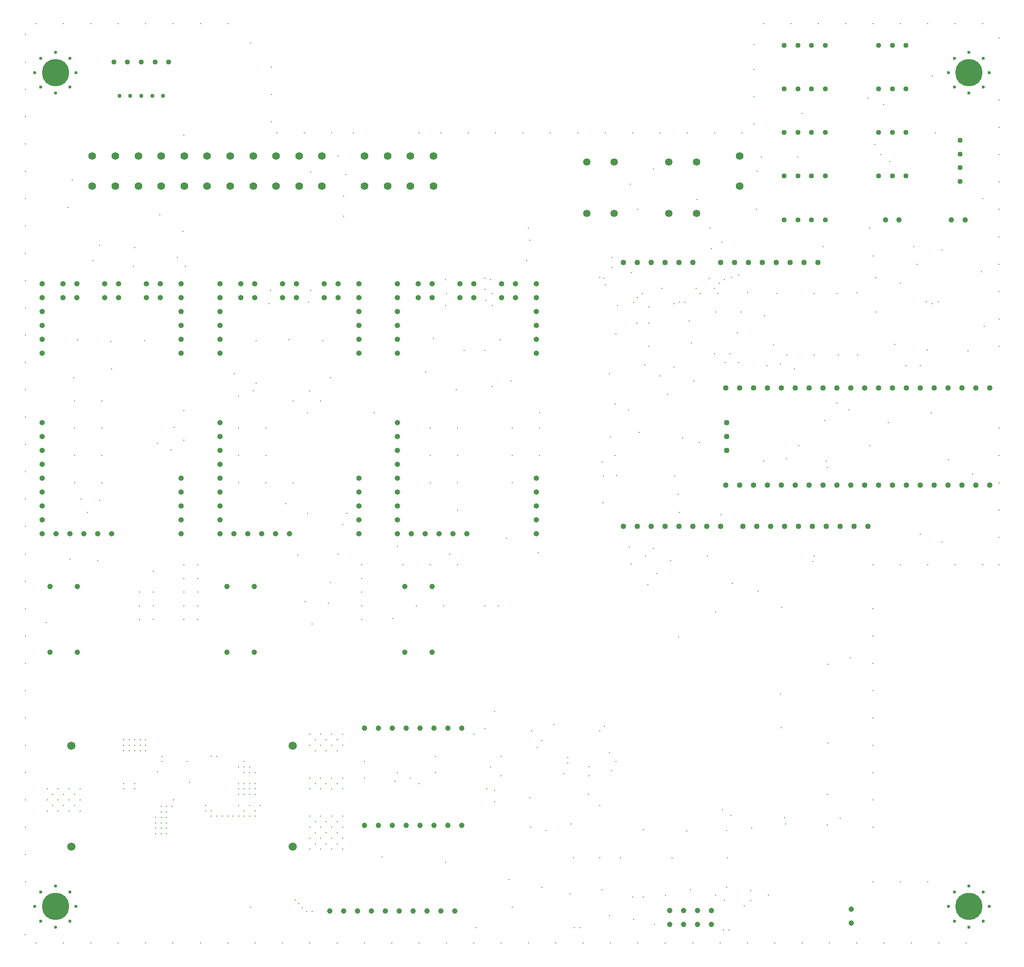
<source format=gbr>
%TF.GenerationSoftware,KiCad,Pcbnew,6.0.5+dfsg-1~bpo11+1*%
%TF.CreationDate,2022-06-23T19:05:58+00:00*%
%TF.ProjectId,OpenMowerMainboard,4f70656e-4d6f-4776-9572-4d61696e626f,rev?*%
%TF.SameCoordinates,Original*%
%TF.FileFunction,Plated,1,2,PTH,Mixed*%
%TF.FilePolarity,Positive*%
%FSLAX46Y46*%
G04 Gerber Fmt 4.6, Leading zero omitted, Abs format (unit mm)*
G04 Created by KiCad (PCBNEW 6.0.5+dfsg-1~bpo11+1) date 2022-06-23 19:05:58*
%MOMM*%
%LPD*%
G01*
G04 APERTURE LIST*
%TA.AperFunction,ViaDrill*%
%ADD10C,0.300000*%
%TD*%
%TA.AperFunction,ComponentDrill*%
%ADD11C,0.600000*%
%TD*%
%TA.AperFunction,ComponentDrill*%
%ADD12C,0.750000*%
%TD*%
%TA.AperFunction,ComponentDrill*%
%ADD13C,0.950000*%
%TD*%
G04 aperture for slot hole*
%TA.AperFunction,ComponentDrill*%
%ADD14O,1.000000X1.000000*%
%TD*%
%TA.AperFunction,ComponentDrill*%
%ADD15C,1.000000*%
%TD*%
%TA.AperFunction,ComponentDrill*%
%ADD16C,1.016000*%
%TD*%
%TA.AperFunction,ComponentDrill*%
%ADD17C,1.020000*%
%TD*%
%TA.AperFunction,ComponentDrill*%
%ADD18C,1.350000*%
%TD*%
%TA.AperFunction,ComponentDrill*%
%ADD19C,1.400000*%
%TD*%
%TA.AperFunction,ComponentDrill*%
%ADD20C,1.500000*%
%TD*%
%TA.AperFunction,ComponentDrill*%
%ADD21C,5.000000*%
%TD*%
G04 APERTURE END LIST*
D10*
X20984129Y-187598534D03*
X20990822Y-22999444D03*
X20990822Y-27999444D03*
X20990822Y-32999444D03*
X20990822Y-37999444D03*
X20990822Y-42999444D03*
X20990822Y-47999444D03*
X20990822Y-52999444D03*
X20990822Y-57999444D03*
X20990822Y-62999444D03*
X20990822Y-67999444D03*
X20990822Y-72999444D03*
X20990822Y-77999444D03*
X20990822Y-82999444D03*
X20990822Y-87999444D03*
X20990822Y-92999444D03*
X20990822Y-97999444D03*
X20990822Y-102999444D03*
X20990822Y-107999444D03*
X20990822Y-112999444D03*
X20990822Y-117999444D03*
X20990822Y-122999444D03*
X20990822Y-127999444D03*
X20990822Y-132999444D03*
X20990822Y-137999444D03*
X20990822Y-142999444D03*
X20990822Y-147999444D03*
X20990822Y-152999444D03*
X20990822Y-157999444D03*
X20990822Y-162999444D03*
X20990822Y-167999444D03*
X20990822Y-172999444D03*
X20990822Y-177999444D03*
X22997832Y-189198418D03*
X23000000Y-21000000D03*
X24800000Y-130600000D03*
X25000000Y-161000000D03*
X25000000Y-163000000D03*
X25000000Y-165000000D03*
X26000000Y-162000000D03*
X26000000Y-164000000D03*
X27000000Y-161000000D03*
X27000000Y-163000000D03*
X27000000Y-165000000D03*
X27997832Y-189198418D03*
X28000000Y-21000000D03*
X28000000Y-162000000D03*
X28000000Y-164000000D03*
X28800000Y-54600000D03*
X29000000Y-161000000D03*
X29000000Y-163000000D03*
X29000000Y-165000000D03*
X29200000Y-119000000D03*
X29600000Y-49600000D03*
X29800000Y-85800000D03*
X30000000Y-90000000D03*
X30000000Y-95000000D03*
X30000000Y-100000000D03*
X30000000Y-105000000D03*
X30000000Y-162000000D03*
X30000000Y-164000000D03*
X30600000Y-78800000D03*
X31000000Y-161000000D03*
X31000000Y-163000000D03*
X31000000Y-165000000D03*
X31200000Y-108000000D03*
X32400000Y-110400000D03*
X32997832Y-189198418D03*
X33000000Y-21000000D03*
X33400000Y-64400000D03*
X34200000Y-119200000D03*
X34600000Y-61600000D03*
X34600000Y-108200000D03*
X35000000Y-90000000D03*
X35000000Y-95000000D03*
X35000000Y-100000000D03*
X35000000Y-105000000D03*
X36600000Y-79200000D03*
X36800000Y-84200000D03*
X37997832Y-189198418D03*
X38000000Y-21000000D03*
X39000000Y-152000000D03*
X39000000Y-153000000D03*
X39000000Y-154000000D03*
X39000000Y-160000000D03*
X39000000Y-161000000D03*
X40000000Y-152000000D03*
X40000000Y-153000000D03*
X40000000Y-154000000D03*
X40800000Y-65400000D03*
X41000000Y-62000000D03*
X41000000Y-152000000D03*
X41000000Y-153000000D03*
X41000000Y-154000000D03*
X41000000Y-160000000D03*
X41000000Y-161000000D03*
X41900000Y-125000000D03*
X41900000Y-127500000D03*
X41900000Y-130000000D03*
X42000000Y-152000000D03*
X42000000Y-153000000D03*
X42000000Y-154000000D03*
X42800000Y-79000000D03*
X42997832Y-189198418D03*
X43000000Y-21000000D03*
X43000000Y-152000000D03*
X43000000Y-153000000D03*
X43000000Y-154000000D03*
X44400000Y-121200000D03*
X44400000Y-125000000D03*
X44400000Y-127500000D03*
X44400000Y-130000000D03*
X44800000Y-166200000D03*
X44800000Y-167200000D03*
X44800000Y-168200000D03*
X44800000Y-169200000D03*
X45200000Y-97800000D03*
X45200000Y-157800000D03*
X45600000Y-56000000D03*
X45800000Y-164200000D03*
X45800000Y-165200000D03*
X45800000Y-166200000D03*
X45800000Y-167200000D03*
X45800000Y-168200000D03*
X45800000Y-169200000D03*
X46000000Y-155000000D03*
X46000000Y-156000000D03*
X46800000Y-164200000D03*
X46800000Y-165200000D03*
X46800000Y-166200000D03*
X46800000Y-167200000D03*
X46800000Y-168200000D03*
X46800000Y-169200000D03*
X47600000Y-99000000D03*
X47800000Y-164200000D03*
X47997832Y-189198418D03*
X48000000Y-21000000D03*
X48100000Y-163000000D03*
X48200000Y-94800000D03*
X48800000Y-63800000D03*
X49800000Y-59000000D03*
X50000000Y-41400000D03*
X50000000Y-91800000D03*
X50000000Y-97200000D03*
X50000000Y-120000000D03*
X50000000Y-122500000D03*
X50000000Y-125000000D03*
X50000000Y-127500000D03*
X50000000Y-130000000D03*
X50200000Y-65400000D03*
X50600000Y-156000000D03*
X51000000Y-159800000D03*
X52500000Y-120000000D03*
X52500000Y-122500000D03*
X52500000Y-125000000D03*
X52500000Y-127500000D03*
X52500000Y-130000000D03*
X52997832Y-189198418D03*
X53000000Y-21000000D03*
X54000000Y-164000000D03*
X54000000Y-165000000D03*
X55000000Y-155000000D03*
X55000000Y-165000000D03*
X55000000Y-166000000D03*
X56000000Y-155000000D03*
X56000000Y-166000000D03*
X57000000Y-166000000D03*
X57997832Y-189198418D03*
X58000000Y-21000000D03*
X58000000Y-166000000D03*
X59000000Y-166000000D03*
X59200000Y-85000000D03*
X60000000Y-89199010D03*
X60000000Y-95000000D03*
X60000000Y-100000000D03*
X60000000Y-105000000D03*
X60000000Y-157000000D03*
X60000000Y-160000000D03*
X60000000Y-161000000D03*
X60000000Y-162000000D03*
X60000000Y-164000000D03*
X60000000Y-166000000D03*
X61000000Y-156000000D03*
X61000000Y-157000000D03*
X61000000Y-158000000D03*
X61000000Y-160000000D03*
X61000000Y-161000000D03*
X61000000Y-162000000D03*
X61000000Y-165000000D03*
X61000000Y-166000000D03*
X62000000Y-157000000D03*
X62000000Y-158000000D03*
X62000000Y-160000000D03*
X62000000Y-161000000D03*
X62000000Y-162000000D03*
X62000000Y-164000000D03*
X62000000Y-166000000D03*
X62200000Y-24600000D03*
X62200000Y-182600000D03*
X62660156Y-88187667D03*
X62997832Y-189198418D03*
X63000000Y-158000000D03*
X63000000Y-160000000D03*
X63000000Y-161000000D03*
X63000000Y-162000000D03*
X63000000Y-165000000D03*
X63000000Y-166000000D03*
X63200000Y-79000000D03*
X63200000Y-86800000D03*
X64000000Y-164000000D03*
X65000000Y-95000000D03*
X65000000Y-100000000D03*
X65000000Y-105000000D03*
X65600000Y-72200000D03*
X65800000Y-69800000D03*
X65991231Y-28997250D03*
X65991231Y-33997250D03*
X65991231Y-38997250D03*
X67000000Y-41000000D03*
X67997832Y-189198418D03*
X68600000Y-108800000D03*
X69200000Y-78800000D03*
X70000000Y-90000000D03*
X70000000Y-105000000D03*
X70300000Y-181300000D03*
X70800000Y-118200000D03*
X71000000Y-182000000D03*
X71700000Y-182700000D03*
X72000000Y-41000000D03*
X72200000Y-126800000D03*
X72400000Y-183400000D03*
X72600000Y-92200000D03*
X72600000Y-110600000D03*
X72800000Y-72000000D03*
X72997832Y-189198418D03*
X73000000Y-88200000D03*
X73000000Y-151000000D03*
X73000000Y-153000000D03*
X73000000Y-159000000D03*
X73000000Y-161000000D03*
X73000000Y-166000000D03*
X73000000Y-168000000D03*
X73000000Y-170000000D03*
X73000000Y-172000000D03*
X73200000Y-48200000D03*
X73200000Y-69800000D03*
X73400000Y-130800000D03*
X73400000Y-183400000D03*
X74000000Y-152000000D03*
X74000000Y-154000000D03*
X74000000Y-160000000D03*
X74000000Y-167000000D03*
X74000000Y-169000000D03*
X74000000Y-171000000D03*
X75000000Y-90000000D03*
X75000000Y-151000000D03*
X75000000Y-153000000D03*
X75000000Y-159000000D03*
X75000000Y-161000000D03*
X75000000Y-166000000D03*
X75000000Y-168000000D03*
X75000000Y-170000000D03*
X75000000Y-172000000D03*
X75400000Y-79000000D03*
X76000000Y-152000000D03*
X76000000Y-154000000D03*
X76000000Y-160000000D03*
X76000000Y-167000000D03*
X76000000Y-169000000D03*
X76000000Y-171000000D03*
X76400000Y-127000000D03*
X76800000Y-85800000D03*
X76800000Y-123200000D03*
X77000000Y-41000000D03*
X77000000Y-151000000D03*
X77000000Y-153000000D03*
X77000000Y-159000000D03*
X77000000Y-161000000D03*
X77000000Y-166000000D03*
X77000000Y-168000000D03*
X77000000Y-170000000D03*
X77000000Y-172000000D03*
X77997832Y-189198418D03*
X78000000Y-152000000D03*
X78000000Y-154000000D03*
X78000000Y-160000000D03*
X78000000Y-167000000D03*
X78000000Y-169000000D03*
X78000000Y-171000000D03*
X78200000Y-45200000D03*
X78200000Y-118000000D03*
X79000000Y-112600000D03*
X79000000Y-151000000D03*
X79000000Y-153000000D03*
X79000000Y-159000000D03*
X79000000Y-161000000D03*
X79000000Y-166000000D03*
X79000000Y-168000000D03*
X79000000Y-170000000D03*
X79000000Y-172000000D03*
X79200000Y-52600000D03*
X79200000Y-56200000D03*
X79600000Y-48600000D03*
X79800000Y-110600000D03*
X81000000Y-41000000D03*
X82500000Y-120000000D03*
X82500000Y-122500000D03*
X82500000Y-125000000D03*
X82500000Y-127500000D03*
X82500000Y-130000000D03*
X82997832Y-189198418D03*
X83000000Y-156000000D03*
X83000000Y-159000000D03*
X84800000Y-92200000D03*
X86200000Y-173400000D03*
X87997832Y-189198418D03*
X88200000Y-129800000D03*
X88600000Y-159600000D03*
X89000000Y-116600000D03*
X89000000Y-158000000D03*
X90000000Y-120000000D03*
X91400000Y-159000000D03*
X92500000Y-127500000D03*
X92997832Y-189198418D03*
X93000000Y-41000000D03*
X93000000Y-160000000D03*
X94200000Y-84800000D03*
X95000000Y-95000000D03*
X95000000Y-100000000D03*
X95000000Y-105000000D03*
X95000000Y-120000000D03*
X95600000Y-78600000D03*
X96000000Y-155000000D03*
X96000000Y-158000000D03*
X97000000Y-41000000D03*
X97500000Y-127500000D03*
X97786139Y-67813861D03*
X97800000Y-72600000D03*
X97800000Y-174400000D03*
X97997832Y-189198418D03*
X98000000Y-70400000D03*
X98600000Y-118000000D03*
X99800000Y-88000000D03*
X100000000Y-95000000D03*
X100000000Y-100000000D03*
X100000000Y-105000000D03*
X100000000Y-110000000D03*
X100000000Y-120000000D03*
X101200000Y-80800000D03*
X102000000Y-41000000D03*
X102997832Y-189198418D03*
X103000000Y-151000000D03*
X103400000Y-186400000D03*
X105000000Y-67600000D03*
X105000000Y-69600000D03*
X105000000Y-80800000D03*
X105000000Y-127500000D03*
X105000000Y-150000000D03*
X105200000Y-71600000D03*
X105400000Y-161000000D03*
X106000000Y-67800000D03*
X106000000Y-157000000D03*
X106400000Y-70400000D03*
X106400000Y-72600000D03*
X106400000Y-87400000D03*
X106800000Y-146800000D03*
X106800000Y-161200000D03*
X106829978Y-163370024D03*
X107000000Y-41000000D03*
X107500000Y-127500000D03*
X107800000Y-78800000D03*
X107997832Y-189198418D03*
X108000000Y-155000000D03*
X108000000Y-158600000D03*
X109000000Y-115200000D03*
X109400000Y-177600000D03*
X109800000Y-86400000D03*
X110000000Y-95000000D03*
X110000000Y-100000000D03*
X110000000Y-105000000D03*
X110000000Y-182600000D03*
X112000000Y-41000000D03*
X112600000Y-64400000D03*
X112997832Y-189198418D03*
X113000500Y-58400000D03*
X113200000Y-60600000D03*
X113200000Y-162600000D03*
X113400000Y-168000000D03*
X113600000Y-150400000D03*
X114600000Y-153400000D03*
X114800000Y-117800000D03*
X115000000Y-92200000D03*
X115000000Y-95000000D03*
X115000000Y-100000000D03*
X115400000Y-152200000D03*
X115400000Y-179000000D03*
X116200000Y-168600000D03*
X117000000Y-41000000D03*
X117600000Y-149200000D03*
X117997832Y-189198418D03*
X119400000Y-158200000D03*
X120200000Y-155200000D03*
X120200000Y-156200000D03*
X120600000Y-180200000D03*
X120800000Y-167400000D03*
X121200000Y-173600000D03*
X121400000Y-186400000D03*
X122000000Y-41000000D03*
X122400000Y-186400000D03*
X122997832Y-189198418D03*
X124000000Y-162000000D03*
X124100000Y-156900000D03*
X124100000Y-158600000D03*
X126000000Y-67400000D03*
X126000000Y-150400000D03*
X126000000Y-164000000D03*
X126000000Y-173600000D03*
X126400000Y-101200000D03*
X126400000Y-179400000D03*
X126600000Y-108600000D03*
X126700000Y-103747822D03*
X126800000Y-67600000D03*
X126850500Y-149492703D03*
X126999501Y-68799501D03*
X127000000Y-41000000D03*
X127800000Y-85000000D03*
X127800000Y-154400000D03*
X127800000Y-184200000D03*
X127997832Y-189198418D03*
X128000000Y-96600000D03*
X128200000Y-63800000D03*
X128200000Y-157700000D03*
X128230814Y-65600000D03*
X128800000Y-90600000D03*
X128800000Y-100000000D03*
X129000000Y-77800000D03*
X129000000Y-156000000D03*
X129100000Y-103687184D03*
X129200000Y-72600000D03*
X129800000Y-173600000D03*
X131300000Y-91700000D03*
X131400000Y-116800000D03*
X131600000Y-50400000D03*
X131800000Y-66600000D03*
X131800000Y-119800000D03*
X132000000Y-41000000D03*
X132000000Y-180800000D03*
X132200000Y-72000000D03*
X132200000Y-184800000D03*
X132800000Y-75800000D03*
X132875500Y-71163365D03*
X132997832Y-189198418D03*
X133000000Y-55000000D03*
X133200000Y-95800000D03*
X133800000Y-70400000D03*
X134000000Y-168400000D03*
X134000000Y-180800000D03*
X134200000Y-83400000D03*
X134400000Y-118400000D03*
X134800000Y-123600000D03*
X135000000Y-72800000D03*
X135000000Y-75800000D03*
X135000000Y-80000000D03*
X135800000Y-47600000D03*
X135800000Y-117000000D03*
X136000000Y-185800000D03*
X136400000Y-121600000D03*
X137000000Y-41000000D03*
X137000000Y-85400000D03*
X137400000Y-69400000D03*
X137997832Y-189198418D03*
X138000000Y-180400000D03*
X138400000Y-88800000D03*
X139000000Y-119200000D03*
X139200000Y-173600000D03*
X139600000Y-72200000D03*
X139600000Y-83800000D03*
X139700000Y-103700000D03*
X140300000Y-107100000D03*
X140400000Y-133200000D03*
X140600000Y-72000000D03*
X140600000Y-110399011D03*
X141200000Y-96800000D03*
X141600000Y-72000000D03*
X141900000Y-168700000D03*
X142000000Y-41000000D03*
X142400000Y-75400000D03*
X142600000Y-179400000D03*
X142800000Y-79400000D03*
X142997832Y-189198418D03*
X143200000Y-86400000D03*
X143600000Y-69400000D03*
X143800000Y-53200000D03*
X144200000Y-97600000D03*
X144400000Y-70400000D03*
X145669003Y-118350990D03*
X146000000Y-67600000D03*
X146200000Y-58400000D03*
X146400000Y-62200000D03*
X147000000Y-41000000D03*
X147000000Y-69400000D03*
X147000000Y-81400000D03*
X147200000Y-73800000D03*
X147200000Y-128600000D03*
X147200000Y-180400000D03*
X147600000Y-70400000D03*
X147850500Y-68518023D03*
X147997832Y-189198418D03*
X148200000Y-110800000D03*
X148400000Y-61000000D03*
X148429977Y-164749500D03*
X148598058Y-186800208D03*
X148800000Y-67800000D03*
X148800000Y-181400000D03*
X149000000Y-83000000D03*
X149200000Y-168600000D03*
X149200000Y-179000000D03*
X149400000Y-173600000D03*
X149600000Y-186800000D03*
X149800000Y-81400000D03*
X150000000Y-165800000D03*
X150176089Y-67376089D03*
X150200000Y-123400000D03*
X151200000Y-77600000D03*
X151400000Y-67000000D03*
X151400000Y-83000000D03*
X151800000Y-73800000D03*
X152000000Y-41000000D03*
X152400000Y-182400000D03*
X152997832Y-189198418D03*
X153000000Y-70200000D03*
X153600000Y-179600000D03*
X153600000Y-181400000D03*
X153800000Y-168200000D03*
X154200000Y-24800000D03*
X154200000Y-29400000D03*
X154200000Y-34400000D03*
X154200000Y-39400000D03*
X154600000Y-55000000D03*
X154800000Y-48000000D03*
X155000000Y-124800000D03*
X155600000Y-45400000D03*
X156000000Y-21000000D03*
X156000000Y-101000000D03*
X156200000Y-74400000D03*
X156600000Y-83600000D03*
X156800000Y-180400000D03*
X157800000Y-79800000D03*
X157997832Y-189198418D03*
X158400000Y-70400000D03*
X159000000Y-83200000D03*
X159000000Y-143600000D03*
X159200000Y-149800000D03*
X159300000Y-127800000D03*
X159800000Y-166200000D03*
X160000000Y-167400000D03*
X160176089Y-100623911D03*
X160200000Y-81600000D03*
X161000000Y-21000000D03*
X161600000Y-84200000D03*
X162200000Y-45400000D03*
X162400000Y-98200000D03*
X162997832Y-189198418D03*
X163000000Y-37400000D03*
X165000000Y-119400000D03*
X165200000Y-70400000D03*
X165200000Y-81600000D03*
X165200000Y-118400000D03*
X166000000Y-21000000D03*
X166800000Y-61800000D03*
X167200000Y-93600000D03*
X167400000Y-101000000D03*
X167600000Y-102200000D03*
X167600000Y-162000000D03*
X167600000Y-167600000D03*
X167800000Y-138200000D03*
X167800000Y-152600000D03*
X167997832Y-189198418D03*
X169400000Y-70400000D03*
X169400000Y-90400000D03*
X169600000Y-81600000D03*
X170000000Y-166400000D03*
X171000000Y-21000000D03*
X171600000Y-91600000D03*
X171800000Y-137000000D03*
X172997832Y-189198418D03*
X173000000Y-70200000D03*
X173200000Y-81600000D03*
X175000000Y-34600000D03*
X175400000Y-58400000D03*
X175400000Y-98200000D03*
X176000000Y-21000000D03*
X176000000Y-63500000D03*
X176000000Y-120000000D03*
X176000000Y-128000000D03*
X176000000Y-133000000D03*
X176000000Y-138000000D03*
X176000000Y-143000000D03*
X176000000Y-148000000D03*
X176000000Y-153000000D03*
X176000000Y-158000000D03*
X176000000Y-163000000D03*
X176000000Y-168000000D03*
X176000000Y-178000000D03*
X176300000Y-43100000D03*
X176500000Y-67500000D03*
X176600000Y-73800000D03*
X177400000Y-45000000D03*
X177900000Y-35800000D03*
X177997832Y-189198418D03*
X178800000Y-94000000D03*
X179000000Y-46200000D03*
X179920000Y-79720000D03*
X181000000Y-21000000D03*
X181000000Y-68500000D03*
X181000000Y-120000000D03*
X181000000Y-178000000D03*
X182000000Y-83600000D03*
X182997832Y-189198418D03*
X183400000Y-61800000D03*
X184000000Y-65000000D03*
X184600000Y-83600000D03*
X184600000Y-114400000D03*
X185720000Y-71920000D03*
X185920000Y-80720000D03*
X186000000Y-21000000D03*
X186000000Y-120000000D03*
X186000000Y-178000000D03*
X186600000Y-92200000D03*
X186800000Y-30600000D03*
X186800000Y-72200000D03*
X187400000Y-41000000D03*
X187920000Y-71920000D03*
X187997832Y-189198418D03*
X188600000Y-62400000D03*
X188600000Y-115800000D03*
X189800000Y-100800000D03*
X191000000Y-21000000D03*
X191000000Y-120000000D03*
X192997832Y-189198418D03*
X193320000Y-80870500D03*
X194200000Y-103400000D03*
X195800000Y-66400000D03*
X196000000Y-21000000D03*
X196000000Y-53000000D03*
X196000000Y-120000000D03*
X196320000Y-76400000D03*
X199000000Y-23600000D03*
X199000000Y-35000000D03*
X199000000Y-40000000D03*
X199000000Y-45000000D03*
X199000000Y-50000000D03*
X199000000Y-55000000D03*
X199000000Y-60000000D03*
X199000000Y-65000000D03*
X199000000Y-70000000D03*
X199000000Y-75000000D03*
X199000000Y-80000000D03*
X199000000Y-95000000D03*
X199000000Y-100000000D03*
X199000000Y-105000000D03*
X199000000Y-110000000D03*
X199000000Y-115000000D03*
X199000000Y-120000000D03*
D11*
%TO.C,H1*%
X22750000Y-30000000D03*
%TO.C,H2*%
X22750000Y-182500000D03*
%TO.C,H1*%
X23848350Y-27348350D03*
X23848350Y-32651650D03*
%TO.C,H2*%
X23848350Y-179848350D03*
X23848350Y-185151650D03*
%TO.C,H1*%
X26500000Y-26250000D03*
X26500000Y-33750000D03*
%TO.C,H2*%
X26500000Y-178750000D03*
X26500000Y-186250000D03*
%TO.C,H1*%
X29151650Y-27348350D03*
X29151650Y-32651650D03*
%TO.C,H2*%
X29151650Y-179848350D03*
X29151650Y-185151650D03*
%TO.C,H1*%
X30250000Y-30000000D03*
%TO.C,H2*%
X30250000Y-182500000D03*
%TO.C,H3*%
X189750000Y-30000000D03*
%TO.C,H4*%
X189750000Y-182500000D03*
%TO.C,H3*%
X190848350Y-27348350D03*
X190848350Y-32651650D03*
%TO.C,H4*%
X190848350Y-179848350D03*
X190848350Y-185151650D03*
%TO.C,H3*%
X193500000Y-26250000D03*
X193500000Y-33750000D03*
%TO.C,H4*%
X193500000Y-178750000D03*
X193500000Y-186250000D03*
%TO.C,H3*%
X196151650Y-27348350D03*
X196151650Y-32651650D03*
%TO.C,H4*%
X196151650Y-179848350D03*
X196151650Y-185151650D03*
%TO.C,H3*%
X197250000Y-30000000D03*
%TO.C,H4*%
X197250000Y-182500000D03*
D12*
%TO.C,J10*%
X38200000Y-34200000D03*
X40200000Y-34200000D03*
X42200000Y-34200000D03*
X44200000Y-34200000D03*
X46200000Y-34200000D03*
D13*
%TO.C,J4*%
X37200000Y-28000000D03*
X39700000Y-28000000D03*
X42200000Y-28000000D03*
X44700000Y-28000000D03*
X47200000Y-28000000D03*
%TO.C,J5*%
X159750000Y-25000000D03*
%TO.C,J6*%
X159750000Y-32967500D03*
%TO.C,J7*%
X159750000Y-40935000D03*
%TO.C,J8*%
X159750000Y-48902500D03*
%TO.C,J9*%
X159750000Y-56870000D03*
%TO.C,J5*%
X162250000Y-25000000D03*
%TO.C,J6*%
X162250000Y-32967500D03*
%TO.C,J7*%
X162250000Y-40935000D03*
%TO.C,J8*%
X162250000Y-48902500D03*
%TO.C,J9*%
X162250000Y-56870000D03*
%TO.C,J5*%
X164750000Y-25000000D03*
%TO.C,J6*%
X164750000Y-32967500D03*
%TO.C,J7*%
X164750000Y-40935000D03*
%TO.C,J8*%
X164750000Y-48902500D03*
%TO.C,J9*%
X164750000Y-56870000D03*
%TO.C,J5*%
X167250000Y-25000000D03*
%TO.C,J6*%
X167250000Y-32967500D03*
%TO.C,J7*%
X167250000Y-40935000D03*
%TO.C,J8*%
X167250000Y-48902500D03*
%TO.C,J9*%
X167250000Y-56870000D03*
%TO.C,J11*%
X177000000Y-25000000D03*
%TO.C,J12*%
X177000000Y-32967500D03*
%TO.C,J13*%
X177000000Y-40935000D03*
%TO.C,J14*%
X177000000Y-48902500D03*
%TO.C,J11*%
X179500000Y-25000000D03*
%TO.C,J12*%
X179500000Y-32967500D03*
%TO.C,J13*%
X179500000Y-40935000D03*
%TO.C,J14*%
X179500000Y-48902500D03*
%TO.C,J11*%
X182000000Y-25000000D03*
%TO.C,J12*%
X182000000Y-32967500D03*
%TO.C,J13*%
X182000000Y-40935000D03*
%TO.C,J14*%
X182000000Y-48902500D03*
%TO.C,J19*%
X191870000Y-42352500D03*
X191870000Y-44852500D03*
X191870000Y-47352500D03*
X191870000Y-49852500D03*
D14*
%TO.C,U4*%
X24060000Y-68595000D03*
X24060000Y-71135000D03*
X24060000Y-73675000D03*
X24060000Y-76215000D03*
X24060000Y-78755000D03*
X24060000Y-81295000D03*
X24060000Y-93995000D03*
X24060000Y-96535000D03*
X24060000Y-99075000D03*
X24060000Y-101615000D03*
X24060000Y-104155000D03*
X24060000Y-106695000D03*
X24060000Y-109235000D03*
X24060000Y-111775000D03*
X24060000Y-114315000D03*
D15*
%TO.C,C6*%
X25517323Y-124000000D03*
%TO.C,C2*%
X25517323Y-136000000D03*
D14*
%TO.C,U4*%
X26600000Y-114315000D03*
X27870000Y-68595000D03*
X27870000Y-71135000D03*
X29140000Y-114315000D03*
X30410000Y-68595000D03*
X30410000Y-71135000D03*
D15*
%TO.C,C6*%
X30517323Y-124000000D03*
%TO.C,C2*%
X30517323Y-136000000D03*
D14*
%TO.C,U4*%
X31680000Y-114315000D03*
X34220000Y-114315000D03*
X35490000Y-68595000D03*
X35490000Y-71135000D03*
X36760000Y-114315000D03*
X38030000Y-68595000D03*
X38030000Y-71135000D03*
X43110000Y-68595000D03*
X43110000Y-71135000D03*
X45650000Y-68595000D03*
X45650000Y-71135000D03*
X49460000Y-68595000D03*
X49460000Y-71135000D03*
X49460000Y-73675000D03*
X49460000Y-76215000D03*
X49460000Y-78755000D03*
X49460000Y-81295000D03*
X49460000Y-104155000D03*
X49460000Y-106695000D03*
X49460000Y-109235000D03*
X49460000Y-111775000D03*
X49460000Y-114315000D03*
%TO.C,U5*%
X56560000Y-68595000D03*
X56560000Y-71135000D03*
X56560000Y-73675000D03*
X56560000Y-76215000D03*
X56560000Y-78755000D03*
X56560000Y-81295000D03*
X56560000Y-93995000D03*
X56560000Y-96535000D03*
X56560000Y-99075000D03*
X56560000Y-101615000D03*
X56560000Y-104155000D03*
X56560000Y-106695000D03*
X56560000Y-109235000D03*
X56560000Y-111775000D03*
X56560000Y-114315000D03*
D15*
%TO.C,C3*%
X57849646Y-124000000D03*
%TO.C,C7*%
X57849646Y-136000000D03*
D14*
%TO.C,U5*%
X59100000Y-114315000D03*
X60370000Y-68595000D03*
X60370000Y-71135000D03*
X61640000Y-114315000D03*
D15*
%TO.C,C3*%
X62849646Y-124000000D03*
%TO.C,C7*%
X62849646Y-136000000D03*
D14*
%TO.C,U5*%
X62910000Y-68595000D03*
X62910000Y-71135000D03*
X64180000Y-114315000D03*
X66720000Y-114315000D03*
X67990000Y-68595000D03*
X67990000Y-71135000D03*
X69260000Y-114315000D03*
X70530000Y-68595000D03*
X70530000Y-71135000D03*
X75610000Y-68595000D03*
X75610000Y-71135000D03*
D15*
%TO.C,J20*%
X76650000Y-183350000D03*
D14*
%TO.C,U5*%
X78150000Y-68595000D03*
X78150000Y-71135000D03*
D15*
%TO.C,J20*%
X79190000Y-183350000D03*
X81730000Y-183350000D03*
D14*
%TO.C,U5*%
X81960000Y-68595000D03*
X81960000Y-71135000D03*
X81960000Y-73675000D03*
X81960000Y-76215000D03*
X81960000Y-78755000D03*
X81960000Y-81295000D03*
X81960000Y-104155000D03*
X81960000Y-106695000D03*
X81960000Y-109235000D03*
X81960000Y-111775000D03*
X81960000Y-114315000D03*
D15*
%TO.C,J23*%
X83000000Y-149870000D03*
%TO.C,J16*%
X83000000Y-167650000D03*
%TO.C,J20*%
X84270000Y-183350000D03*
%TO.C,J23*%
X85540000Y-149870000D03*
%TO.C,J16*%
X85540000Y-167650000D03*
%TO.C,J20*%
X86810000Y-183350000D03*
%TO.C,J23*%
X88080000Y-149870000D03*
%TO.C,J16*%
X88080000Y-167650000D03*
D14*
%TO.C,U6*%
X89060000Y-68595000D03*
X89060000Y-71135000D03*
X89060000Y-73675000D03*
X89060000Y-76215000D03*
X89060000Y-78755000D03*
X89060000Y-81295000D03*
X89060000Y-93995000D03*
X89060000Y-96535000D03*
X89060000Y-99075000D03*
X89060000Y-101615000D03*
X89060000Y-104155000D03*
X89060000Y-106695000D03*
X89060000Y-109235000D03*
X89060000Y-111775000D03*
X89060000Y-114315000D03*
D15*
%TO.C,J20*%
X89350000Y-183350000D03*
%TO.C,C8*%
X90349646Y-124000000D03*
%TO.C,C4*%
X90349646Y-136000000D03*
%TO.C,J23*%
X90620000Y-149870000D03*
%TO.C,J16*%
X90620000Y-167650000D03*
D14*
%TO.C,U6*%
X91600000Y-114315000D03*
D15*
%TO.C,J20*%
X91890000Y-183350000D03*
D14*
%TO.C,U6*%
X92870000Y-68595000D03*
X92870000Y-71135000D03*
D15*
%TO.C,J23*%
X93160000Y-149870000D03*
%TO.C,J16*%
X93160000Y-167650000D03*
D14*
%TO.C,U6*%
X94140000Y-114315000D03*
D15*
%TO.C,J20*%
X94430000Y-183350000D03*
%TO.C,C8*%
X95349646Y-124000000D03*
%TO.C,C4*%
X95349646Y-136000000D03*
D14*
%TO.C,U6*%
X95410000Y-68595000D03*
X95410000Y-71135000D03*
D15*
%TO.C,J23*%
X95700000Y-149870000D03*
%TO.C,J16*%
X95700000Y-167650000D03*
D14*
%TO.C,U6*%
X96680000Y-114315000D03*
D15*
%TO.C,J20*%
X96970000Y-183350000D03*
%TO.C,J23*%
X98240000Y-149870000D03*
%TO.C,J16*%
X98240000Y-167650000D03*
D14*
%TO.C,U6*%
X99220000Y-114315000D03*
D15*
%TO.C,J20*%
X99510000Y-183350000D03*
D14*
%TO.C,U6*%
X100490000Y-68595000D03*
X100490000Y-71135000D03*
D15*
%TO.C,J23*%
X100780000Y-149870000D03*
%TO.C,J16*%
X100780000Y-167650000D03*
D14*
%TO.C,U6*%
X101760000Y-114315000D03*
X103030000Y-68595000D03*
X103030000Y-71135000D03*
X108110000Y-68595000D03*
X108110000Y-71135000D03*
X110650000Y-68595000D03*
X110650000Y-71135000D03*
X114460000Y-68595000D03*
X114460000Y-71135000D03*
X114460000Y-73675000D03*
X114460000Y-76215000D03*
X114460000Y-78755000D03*
X114460000Y-81295000D03*
X114460000Y-104155000D03*
X114460000Y-106695000D03*
X114460000Y-109235000D03*
X114460000Y-111775000D03*
X114460000Y-114315000D03*
D15*
%TO.C,J22*%
X138800000Y-183260000D03*
X138800000Y-185800000D03*
X141340000Y-183260000D03*
X141340000Y-185800000D03*
X143880000Y-183260000D03*
X143880000Y-185800000D03*
X146420000Y-183260000D03*
X146420000Y-185800000D03*
%TO.C,M1*%
X172000000Y-183000000D03*
X172000000Y-185540000D03*
%TO.C,J17*%
X178250000Y-56870000D03*
X180750000Y-56870000D03*
%TO.C,J18*%
X190320000Y-56870000D03*
X192820000Y-56870000D03*
D16*
%TO.C,XA1*%
X130300000Y-64740000D03*
X130300000Y-113000000D03*
X132840000Y-64740000D03*
X132840000Y-113000000D03*
X135380000Y-64740000D03*
X135380000Y-113000000D03*
X137920000Y-64740000D03*
X137920000Y-113000000D03*
X140460000Y-64740000D03*
X140460000Y-113000000D03*
X143000000Y-64740000D03*
X143000000Y-113000000D03*
X145540000Y-113000000D03*
X148080000Y-64740000D03*
X148080000Y-113000000D03*
X150620000Y-64740000D03*
X152144000Y-113000000D03*
X153160000Y-64740000D03*
X154684000Y-113000000D03*
X155700000Y-64740000D03*
X157224000Y-113000000D03*
X158240000Y-64740000D03*
X159764000Y-113000000D03*
X160780000Y-64740000D03*
X162304000Y-113000000D03*
X163320000Y-64740000D03*
X164844000Y-113000000D03*
X165860000Y-64740000D03*
X167384000Y-113000000D03*
X169924000Y-113000000D03*
X172464000Y-113000000D03*
X175004000Y-113000000D03*
D17*
%TO.C,U11*%
X149015000Y-87675000D03*
X149015000Y-105455000D03*
X149245000Y-94025000D03*
X149245000Y-96565000D03*
X149245000Y-99105000D03*
X151555000Y-87675000D03*
X151555000Y-105455000D03*
X154095000Y-87675000D03*
X154095000Y-105455000D03*
X156635000Y-87675000D03*
X156635000Y-105455000D03*
X159175000Y-87675000D03*
X159175000Y-105455000D03*
X161715000Y-87675000D03*
X161715000Y-105455000D03*
X164255000Y-87675000D03*
X164255000Y-105455000D03*
X166795000Y-87675000D03*
X166795000Y-105455000D03*
X169335000Y-87675000D03*
X169335000Y-105455000D03*
X171875000Y-87675000D03*
X171875000Y-105455000D03*
X174415000Y-87675000D03*
X174415000Y-105455000D03*
X176955000Y-87675000D03*
X176955000Y-105455000D03*
X179495000Y-87675000D03*
X179495000Y-105455000D03*
X182035000Y-87675000D03*
X182035000Y-105455000D03*
X184575000Y-87675000D03*
X184575000Y-105455000D03*
X187115000Y-87675000D03*
X187115000Y-105455000D03*
X189655000Y-87675000D03*
X189655000Y-105455000D03*
X192195000Y-87675000D03*
X192195000Y-105455000D03*
X194735000Y-87675000D03*
X194735000Y-105455000D03*
X197275000Y-87675000D03*
X197275000Y-105455000D03*
D18*
%TO.C,F2*%
X123675000Y-46350000D03*
%TO.C,F4*%
X123675000Y-55700000D03*
%TO.C,F2*%
X128675000Y-46350000D03*
%TO.C,F4*%
X128675000Y-55700000D03*
%TO.C,F2*%
X138675000Y-46350000D03*
%TO.C,F4*%
X138675000Y-55700000D03*
%TO.C,F2*%
X143675000Y-46350000D03*
%TO.C,F4*%
X143675000Y-55700000D03*
D19*
%TO.C,J1*%
X33250000Y-45250000D03*
X33250000Y-50750000D03*
X37450000Y-45250000D03*
X37450000Y-50750000D03*
X41650000Y-45250000D03*
X41650000Y-50750000D03*
X45850000Y-45250000D03*
X45850000Y-50750000D03*
X50050000Y-45250000D03*
X50050000Y-50750000D03*
X54250000Y-45250000D03*
X54250000Y-50750000D03*
X58450000Y-45250000D03*
X58450000Y-50750000D03*
X62650000Y-45250000D03*
X62650000Y-50750000D03*
X66850000Y-45250000D03*
X66850000Y-50750000D03*
X71050000Y-45250000D03*
X71050000Y-50750000D03*
X75250000Y-45250000D03*
X75250000Y-50750000D03*
%TO.C,J2*%
X83000000Y-45250000D03*
X83000000Y-50750000D03*
X87200000Y-45250000D03*
X87200000Y-50750000D03*
X91400000Y-45250000D03*
X91400000Y-50750000D03*
X95600000Y-45250000D03*
X95600000Y-50750000D03*
%TO.C,J3*%
X151600000Y-45250000D03*
X151600000Y-50750000D03*
D20*
%TO.C,U1*%
X29450000Y-153124000D03*
X29450000Y-171524000D03*
X69850000Y-153124000D03*
X69850000Y-171524000D03*
D21*
%TO.C,H1*%
X26500000Y-30000000D03*
%TO.C,H2*%
X26500000Y-182500000D03*
%TO.C,H3*%
X193500000Y-30000000D03*
%TO.C,H4*%
X193500000Y-182500000D03*
M02*

</source>
